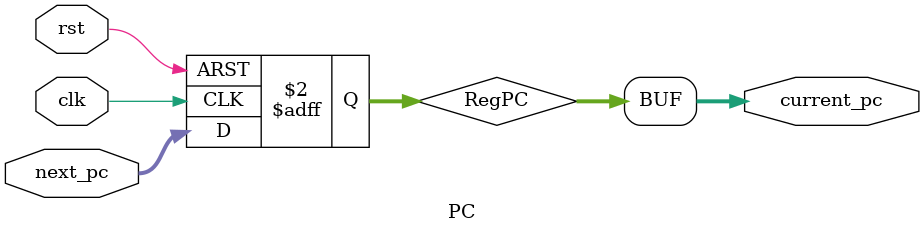
<source format=v>
`timescale 1ns / 1ps
module PC (
    input clk, rst,
    input [31:0] next_pc,
    output [31:0] current_pc
);
    reg [31:0] RegPC;

    always @(posedge rst or posedge clk) begin
        if(rst) RegPC <= 32'h00400000;
        else RegPC <= next_pc;
    end

    // init
    // always @(posedge rst) begin
    //     RegPC = 32'h00400000;
    // end

    // next
    // always @(posedge clk) begin
    //     if(!rst) RegPC = next_pc;
    // end

    assign current_pc = RegPC;
endmodule
</source>
